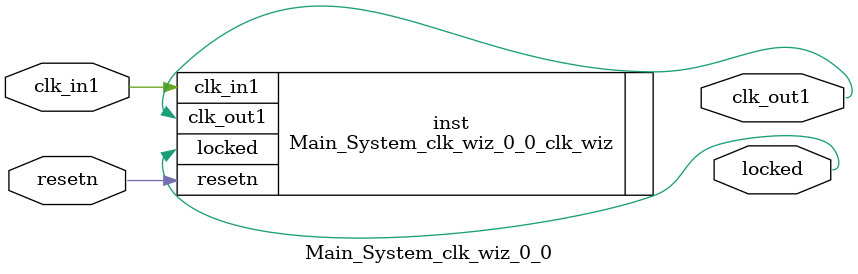
<source format=v>


`timescale 1ps/1ps

(* CORE_GENERATION_INFO = "Main_System_clk_wiz_0_0,clk_wiz_v6_0_4_0_0,{component_name=Main_System_clk_wiz_0_0,use_phase_alignment=true,use_min_o_jitter=false,use_max_i_jitter=false,use_dyn_phase_shift=false,use_inclk_switchover=false,use_dyn_reconfig=false,enable_axi=0,feedback_source=FDBK_AUTO,PRIMITIVE=MMCM,num_out_clk=1,clkin1_period=10.000,clkin2_period=10.000,use_power_down=false,use_reset=true,use_locked=true,use_inclk_stopped=false,feedback_type=SINGLE,CLOCK_MGR_TYPE=NA,manual_override=false}" *)

module Main_System_clk_wiz_0_0 
 (
  // Clock out ports
  output        clk_out1,
  // Status and control signals
  input         resetn,
  output        locked,
 // Clock in ports
  input         clk_in1
 );

  Main_System_clk_wiz_0_0_clk_wiz inst
  (
  // Clock out ports  
  .clk_out1(clk_out1),
  // Status and control signals               
  .resetn(resetn), 
  .locked(locked),
 // Clock in ports
  .clk_in1(clk_in1)
  );

endmodule

</source>
